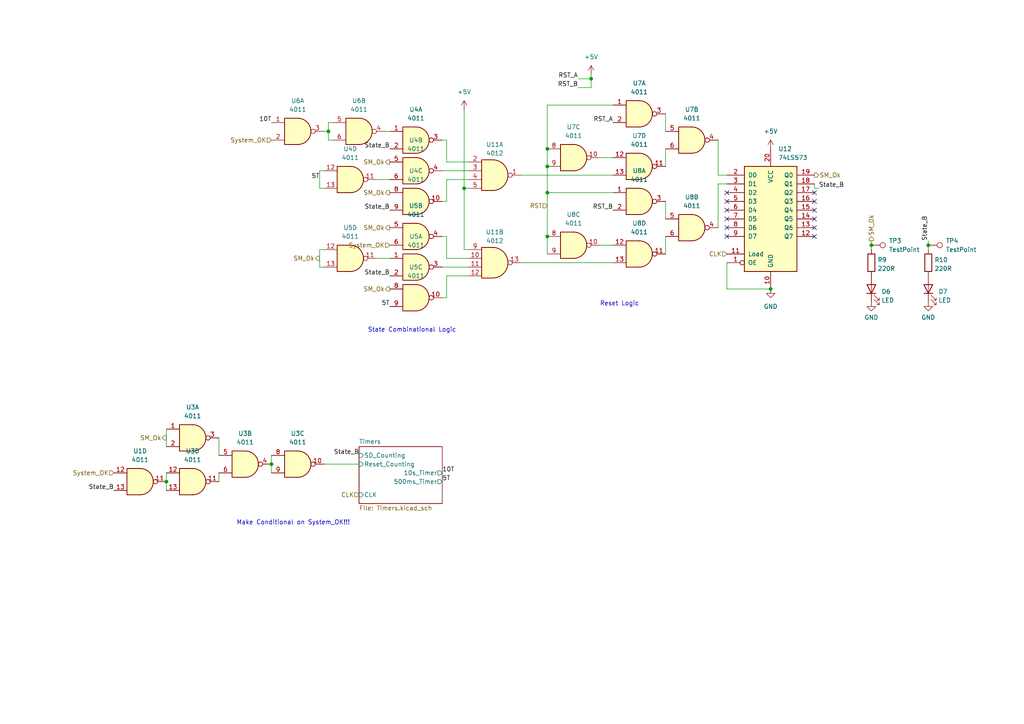
<source format=kicad_sch>
(kicad_sch (version 20231120) (generator "eeschema") (generator_version "8.0")
  (paper "A4")
  (lib_symbols
    (symbol "4xxx:4011" (pin_names (offset 1.016))
      (property "Reference" "U" (at 0 1.27 0))
      (property "Value" "4011" (at 0 -1.27 0))
      (symbol "4011_1_1"
        (arc (start 0 -3.81) (mid 3.7934 0) (end 0 3.81) (stroke (width 0.254)) (fill (type background)))
        (polyline (pts (xy 0 3.81) (xy -3.81 3.81) (xy -3.81 -3.81) (xy 0 -3.81)) (stroke (width 0.254)) (fill (type background)))
        (pin input line (at -7.62 2.54 0) (length 3.81) (name "~") (number "1"))
        (pin input line (at -7.62 -2.54 0) (length 3.81) (name "~") (number "2"))
        (pin output inverted (at 7.62 0 180) (length 3.81) (name "~") (number "3"))
      )
      (symbol "4011_1_2"
        (arc (start -3.81 -3.81) (mid -2.589 0) (end -3.81 3.81) (stroke (width 0.254)))
        (arc (start -0.6096 -3.81) (mid 2.1842 -2.5851) (end 3.81 0) (stroke (width 0.254)) (fill (type background)))
        (polyline (pts (xy -3.81 -3.81) (xy -0.635 -3.81)) (stroke (width 0.254)) (fill (type background)))
        (polyline (pts (xy -3.81 3.81) (xy -0.635 3.81)) (stroke (width 0.254)) (fill (type background)))
        (polyline (pts (xy -0.635 3.81) (xy -3.81 3.81) (xy -3.81 3.81) (xy -3.556 3.4036) (xy -3.0226 2.2606) (xy -2.6924 1.0414) (xy -2.6162 -0.254) (xy -2.7686 -1.4986) (xy -3.175 -2.7178) (xy -3.81 -3.81) (xy -3.81 -3.81) (xy -0.635 -3.81)) (stroke (width -25.4)) (fill (type background)))
        (arc (start 3.81 0) (mid 2.1915 2.5936) (end -0.6096 3.81) (stroke (width 0.254)) (fill (type background)))
        (pin input inverted (at -7.62 2.54 0) (length 4.318) (name "~") (number "1"))
        (pin input inverted (at -7.62 -2.54 0) (length 4.318) (name "~") (number "2"))
        (pin output line (at 7.62 0 180) (length 3.81) (name "~") (number "3"))
      )
      (symbol "4011_2_1"
        (arc (start 0 -3.81) (mid 3.7934 0) (end 0 3.81) (stroke (width 0.254)) (fill (type background)))
        (polyline (pts (xy 0 3.81) (xy -3.81 3.81) (xy -3.81 -3.81) (xy 0 -3.81)) (stroke (width 0.254)) (fill (type background)))
        (pin output inverted (at 7.62 0 180) (length 3.81) (name "~") (number "4"))
        (pin input line (at -7.62 2.54 0) (length 3.81) (name "~") (number "5"))
        (pin input line (at -7.62 -2.54 0) (length 3.81) (name "~") (number "6"))
      )
      (symbol "4011_2_2"
        (arc (start -3.81 -3.81) (mid -2.589 0) (end -3.81 3.81) (stroke (width 0.254)))
        (arc (start -0.6096 -3.81) (mid 2.1842 -2.5851) (end 3.81 0) (stroke (width 0.254)) (fill (type background)))
        (polyline (pts (xy -3.81 -3.81) (xy -0.635 -3.81)) (stroke (width 0.254)) (fill (type background)))
        (polyline (pts (xy -3.81 3.81) (xy -0.635 3.81)) (stroke (width 0.254)) (fill (type background)))
        (polyline (pts (xy -0.635 3.81) (xy -3.81 3.81) (xy -3.81 3.81) (xy -3.556 3.4036) (xy -3.0226 2.2606) (xy -2.6924 1.0414) (xy -2.6162 -0.254) (xy -2.7686 -1.4986) (xy -3.175 -2.7178) (xy -3.81 -3.81) (xy -3.81 -3.81) (xy -0.635 -3.81)) (stroke (width -25.4)) (fill (type background)))
        (arc (start 3.81 0) (mid 2.1915 2.5936) (end -0.6096 3.81) (stroke (width 0.254)) (fill (type background)))
        (pin output line (at 7.62 0 180) (length 3.81) (name "~") (number "4"))
        (pin input inverted (at -7.62 2.54 0) (length 4.318) (name "~") (number "5"))
        (pin input inverted (at -7.62 -2.54 0) (length 4.318) (name "~") (number "6"))
      )
      (symbol "4011_3_1"
        (arc (start 0 -3.81) (mid 3.7934 0) (end 0 3.81) (stroke (width 0.254)) (fill (type background)))
        (polyline (pts (xy 0 3.81) (xy -3.81 3.81) (xy -3.81 -3.81) (xy 0 -3.81)) (stroke (width 0.254)) (fill (type background)))
        (pin output inverted (at 7.62 0 180) (length 3.81) (name "~") (number "10"))
        (pin input line (at -7.62 2.54 0) (length 3.81) (name "~") (number "8"))
        (pin input line (at -7.62 -2.54 0) (length 3.81) (name "~") (number "9"))
      )
      (symbol "4011_3_2"
        (arc (start -3.81 -3.81) (mid -2.589 0) (end -3.81 3.81) (stroke (width 0.254)))
        (arc (start -0.6096 -3.81) (mid 2.1842 -2.5851) (end 3.81 0) (stroke (width 0.254)) (fill (type background)))
        (polyline (pts (xy -3.81 -3.81) (xy -0.635 -3.81)) (stroke (width 0.254)) (fill (type background)))
        (polyline (pts (xy -3.81 3.81) (xy -0.635 3.81)) (stroke (width 0.254)) (fill (type background)))
        (polyline (pts (xy -0.635 3.81) (xy -3.81 3.81) (xy -3.81 3.81) (xy -3.556 3.4036) (xy -3.0226 2.2606) (xy -2.6924 1.0414) (xy -2.6162 -0.254) (xy -2.7686 -1.4986) (xy -3.175 -2.7178) (xy -3.81 -3.81) (xy -3.81 -3.81) (xy -0.635 -3.81)) (stroke (width -25.4)) (fill (type background)))
        (arc (start 3.81 0) (mid 2.1915 2.5936) (end -0.6096 3.81) (stroke (width 0.254)) (fill (type background)))
        (pin output line (at 7.62 0 180) (length 3.81) (name "~") (number "10"))
        (pin input inverted (at -7.62 2.54 0) (length 4.318) (name "~") (number "8"))
        (pin input inverted (at -7.62 -2.54 0) (length 4.318) (name "~") (number "9"))
      )
      (symbol "4011_4_1"
        (arc (start 0 -3.81) (mid 3.7934 0) (end 0 3.81) (stroke (width 0.254)) (fill (type background)))
        (polyline (pts (xy 0 3.81) (xy -3.81 3.81) (xy -3.81 -3.81) (xy 0 -3.81)) (stroke (width 0.254)) (fill (type background)))
        (pin output inverted (at 7.62 0 180) (length 3.81) (name "~") (number "11"))
        (pin input line (at -7.62 2.54 0) (length 3.81) (name "~") (number "12"))
        (pin input line (at -7.62 -2.54 0) (length 3.81) (name "~") (number "13"))
      )
      (symbol "4011_4_2"
        (arc (start -3.81 -3.81) (mid -2.589 0) (end -3.81 3.81) (stroke (width 0.254)))
        (arc (start -0.6096 -3.81) (mid 2.1842 -2.5851) (end 3.81 0) (stroke (width 0.254)) (fill (type background)))
        (polyline (pts (xy -3.81 -3.81) (xy -0.635 -3.81)) (stroke (width 0.254)) (fill (type background)))
        (polyline (pts (xy -3.81 3.81) (xy -0.635 3.81)) (stroke (width 0.254)) (fill (type background)))
        (polyline (pts (xy -0.635 3.81) (xy -3.81 3.81) (xy -3.81 3.81) (xy -3.556 3.4036) (xy -3.0226 2.2606) (xy -2.6924 1.0414) (xy -2.6162 -0.254) (xy -2.7686 -1.4986) (xy -3.175 -2.7178) (xy -3.81 -3.81) (xy -3.81 -3.81) (xy -0.635 -3.81)) (stroke (width -25.4)) (fill (type background)))
        (arc (start 3.81 0) (mid 2.1915 2.5936) (end -0.6096 3.81) (stroke (width 0.254)) (fill (type background)))
        (pin output line (at 7.62 0 180) (length 3.81) (name "~") (number "11"))
        (pin input inverted (at -7.62 2.54 0) (length 4.318) (name "~") (number "12"))
        (pin input inverted (at -7.62 -2.54 0) (length 4.318) (name "~") (number "13"))
      )
      (symbol "4011_5_0"
        (pin power_in line (at 0 12.7 270) (length 5.08) (name "VDD") (number "14"))
        (pin power_in line (at 0 -12.7 90) (length 5.08) (name "VSS") (number "7"))
      )
      (symbol "4011_5_1"
        (rectangle (start -5.08 7.62) (end 5.08 -7.62) (stroke (width 0.254)) (fill (type background)))
      )
    )
    (symbol "4xxx:4012" (pin_names (offset 1.016))
      (property "Reference" "U" (at 0 1.27 0))
      (property "Value" "4012" (at 0 -1.27 0))
      (symbol "4012_1_1"
        (arc (start -0.635 -4.445) (mid 3.7907 0) (end -0.635 4.445) (stroke (width 0.254)) (fill (type background)))
        (polyline (pts (xy -0.635 4.445) (xy -3.81 4.445) (xy -3.81 -4.445) (xy -0.635 -4.445)) (stroke (width 0.254)) (fill (type background)))
        (pin output inverted (at 7.62 0 180) (length 3.81) (name "~") (number "1"))
        (pin input line (at -7.62 3.81 0) (length 3.81) (name "~") (number "2"))
        (pin input line (at -7.62 1.27 0) (length 3.81) (name "~") (number "3"))
        (pin input line (at -7.62 -1.27 0) (length 3.81) (name "~") (number "4"))
        (pin input line (at -7.62 -3.81 0) (length 3.81) (name "~") (number "5"))
      )
      (symbol "4012_1_2"
        (arc (start -3.81 -4.445) (mid -2.5908 0) (end -3.81 4.445) (stroke (width 0.254)))
        (arc (start -0.6096 -4.445) (mid 2.2246 -2.8422) (end 3.81 0) (stroke (width 0.254)) (fill (type background)))
        (polyline (pts (xy -3.81 -4.445) (xy -0.635 -4.445)) (stroke (width 0.254)) (fill (type background)))
        (polyline (pts (xy -3.81 4.445) (xy -0.635 4.445)) (stroke (width 0.254)) (fill (type background)))
        (polyline (pts (xy -0.635 4.445) (xy -3.81 4.445) (xy -3.81 4.445) (xy -3.6322 4.0894) (xy -3.0988 2.921) (xy -2.7686 1.6764) (xy -2.6162 0.4318) (xy -2.6416 -0.8636) (xy -2.8702 -2.1082) (xy -3.2512 -3.3274) (xy -3.81 -4.445) (xy -3.81 -4.445) (xy -0.635 -4.445)) (stroke (width -25.4)) (fill (type background)))
        (arc (start 3.81 0) (mid 2.2204 2.8379) (end -0.6096 4.445) (stroke (width 0.254)) (fill (type background)))
        (pin output line (at 7.62 0 180) (length 3.81) (name "~") (number "1"))
        (pin input inverted (at -7.62 3.81 0) (length 3.81) (name "~") (number "2"))
        (pin input inverted (at -7.62 1.27 0) (length 4.826) (name "~") (number "3"))
        (pin input inverted (at -7.62 -1.27 0) (length 4.826) (name "~") (number "4"))
        (pin input inverted (at -7.62 -3.81 0) (length 3.81) (name "~") (number "5"))
      )
      (symbol "4012_2_1"
        (arc (start -0.635 -4.445) (mid 3.7907 0) (end -0.635 4.445) (stroke (width 0.254)) (fill (type background)))
        (polyline (pts (xy -0.635 4.445) (xy -3.81 4.445) (xy -3.81 -4.445) (xy -0.635 -4.445)) (stroke (width 0.254)) (fill (type background)))
        (pin input line (at -7.62 1.27 0) (length 3.81) (name "~") (number "10"))
        (pin input line (at -7.62 -1.27 0) (length 3.81) (name "~") (number "11"))
        (pin input line (at -7.62 -3.81 0) (length 3.81) (name "~") (number "12"))
        (pin output inverted (at 7.62 0 180) (length 3.81) (name "~") (number "13"))
        (pin input line (at -7.62 3.81 0) (length 3.81) (name "~") (number "9"))
      )
      (symbol "4012_2_2"
        (arc (start -3.81 -4.445) (mid -2.5908 0) (end -3.81 4.445) (stroke (width 0.254)))
        (arc (start -0.6096 -4.445) (mid 2.2246 -2.8422) (end 3.81 0) (stroke (width 0.254)) (fill (type background)))
        (polyline (pts (xy -3.81 -4.445) (xy -0.635 -4.445)) (stroke (width 0.254)) (fill (type background)))
        (polyline (pts (xy -3.81 4.445) (xy -0.635 4.445)) (stroke (width 0.254)) (fill (type background)))
        (polyline (pts (xy -0.635 4.445) (xy -3.81 4.445) (xy -3.81 4.445) (xy -3.6322 4.0894) (xy -3.0988 2.921) (xy -2.7686 1.6764) (xy -2.6162 0.4318) (xy -2.6416 -0.8636) (xy -2.8702 -2.1082) (xy -3.2512 -3.3274) (xy -3.81 -4.445) (xy -3.81 -4.445) (xy -0.635 -4.445)) (stroke (width -25.4)) (fill (type background)))
        (arc (start 3.81 0) (mid 2.2204 2.8379) (end -0.6096 4.445) (stroke (width 0.254)) (fill (type background)))
        (pin input inverted (at -7.62 1.27 0) (length 4.826) (name "~") (number "10"))
        (pin input inverted (at -7.62 -1.27 0) (length 4.826) (name "~") (number "11"))
        (pin input inverted (at -7.62 -3.81 0) (length 3.81) (name "~") (number "12"))
        (pin output line (at 7.62 0 180) (length 3.81) (name "~") (number "13"))
        (pin input inverted (at -7.62 3.81 0) (length 3.81) (name "~") (number "9"))
      )
      (symbol "4012_3_0"
        (pin power_in line (at 0 12.7 270) (length 5.08) (name "VDD") (number "14"))
        (pin power_in line (at 0 -12.7 90) (length 5.08) (name "VSS") (number "7"))
      )
      (symbol "4012_3_1"
        (rectangle (start -5.08 7.62) (end 5.08 -7.62) (stroke (width 0.254)) (fill (type background)))
      )
    )
    (symbol "74xx:74LS573" (pin_names (offset 1.016))
      (property "Reference" "U" (at -7.62 16.51 0))
      (property "Value" "74LS573" (at -7.62 -16.51 0))
      (symbol "74LS573_1_0"
        (pin input inverted (at -12.7 -12.7 0) (length 5.08) (name "OE") (number "1"))
        (pin power_in line (at 0 -20.32 90) (length 5.08) (name "GND") (number "10"))
        (pin input line (at -12.7 -10.16 0) (length 5.08) (name "Load") (number "11"))
        (pin tri_state line (at 12.7 -5.08 180) (length 5.08) (name "Q7") (number "12"))
        (pin tri_state line (at 12.7 -2.54 180) (length 5.08) (name "Q6") (number "13"))
        (pin tri_state line (at 12.7 0 180) (length 5.08) (name "Q5") (number "14"))
        (pin tri_state line (at 12.7 2.54 180) (length 5.08) (name "Q4") (number "15"))
        (pin tri_state line (at 12.7 5.08 180) (length 5.08) (name "Q3") (number "16"))
        (pin tri_state line (at 12.7 7.62 180) (length 5.08) (name "Q2") (number "17"))
        (pin tri_state line (at 12.7 10.16 180) (length 5.08) (name "Q1") (number "18"))
        (pin tri_state line (at 12.7 12.7 180) (length 5.08) (name "Q0") (number "19"))
        (pin input line (at -12.7 12.7 0) (length 5.08) (name "D0") (number "2"))
        (pin power_in line (at 0 20.32 270) (length 5.08) (name "VCC") (number "20"))
        (pin input line (at -12.7 10.16 0) (length 5.08) (name "D1") (number "3"))
        (pin input line (at -12.7 7.62 0) (length 5.08) (name "D2") (number "4"))
        (pin input line (at -12.7 5.08 0) (length 5.08) (name "D3") (number "5"))
        (pin input line (at -12.7 2.54 0) (length 5.08) (name "D4") (number "6"))
        (pin input line (at -12.7 0 0) (length 5.08) (name "D5") (number "7"))
        (pin input line (at -12.7 -2.54 0) (length 5.08) (name "D6") (number "8"))
        (pin input line (at -12.7 -5.08 0) (length 5.08) (name "D7") (number "9"))
      )
      (symbol "74LS573_1_1"
        (rectangle (start -7.62 15.24) (end 7.62 -15.24) (stroke (width 0.254)) (fill (type background)))
      )
    )
    (symbol "Connector:TestPoint" (pin_numbers hide) (pin_names (offset 0.762) hide)
      (property "Reference" "TP" (at 0 6.858 0))
      (property "Value" "TestPoint" (at 0 5.08 0))
      (symbol "TestPoint_0_1"
        (circle (center 0 3.302) (radius 0.762))
      )
      (symbol "TestPoint_1_1"
        (pin passive line (at 0 0 90) (length 2.54) (name "1") (number "1"))
      )
    )
    (symbol "Device:LED" (pin_numbers hide) (pin_names (offset 1.016) hide)
      (property "Reference" "D" (at 0 2.54 0))
      (property "Value" "LED" (at 0 -2.54 0))
      (symbol "LED_0_1"
        (polyline (pts (xy -1.27 -1.27) (xy -1.27 1.27)) (stroke (width 0.254)))
        (polyline (pts (xy -1.27 0) (xy 1.27 0)))
        (polyline (pts (xy 1.27 -1.27) (xy 1.27 1.27) (xy -1.27 0) (xy 1.27 -1.27)) (stroke (width 0.254)))
        (polyline (pts (xy -3.048 -0.762) (xy -4.572 -2.286) (xy -3.81 -2.286) (xy -4.572 -2.286) (xy -4.572 -1.524)))
        (polyline (pts (xy -1.778 -0.762) (xy -3.302 -2.286) (xy -2.54 -2.286) (xy -3.302 -2.286) (xy -3.302 -1.524)))
      )
      (symbol "LED_1_1"
        (pin passive line (at -3.81 0 0) (length 2.54) (name "K") (number "1"))
        (pin passive line (at 3.81 0 180) (length 2.54) (name "A") (number "2"))
      )
    )
    (symbol "Device:R" (pin_numbers hide) (pin_names (offset 0))
      (property "Reference" "R" (at 2.032 0 90))
      (property "Value" "R" (at 0 0 90))
      (symbol "R_0_1"
        (rectangle (start -1.016 -2.54) (end 1.016 2.54) (stroke (width 0.254)))
      )
      (symbol "R_1_1"
        (pin passive line (at 0 3.81 270) (length 1.27) (name "~") (number "1"))
        (pin passive line (at 0 -3.81 90) (length 1.27) (name "~") (number "2"))
      )
    )
    (symbol "power:+5V" (power) (pin_numbers hide) (pin_names (offset 0) hide)
      (property "Value" "+5V" (at 0 3.556 0))
      (symbol "+5V_0_1"
        (polyline (pts (xy -0.762 1.27) (xy 0 2.54)))
        (polyline (pts (xy 0 0) (xy 0 2.54)))
        (polyline (pts (xy 0 2.54) (xy 0.762 1.27)))
      )
      (symbol "+5V_1_1"
        (pin power_in line (at 0 0 90) (length 0) (name "~") (number "1"))
      )
    )
    (symbol "power:GND" (power) (pin_numbers hide) (pin_names (offset 0) hide)
      (property "Value" "GND" (at 0 -3.81 0))
      (symbol "GND_0_1"
        (polyline (pts (xy 0 0) (xy 0 -1.27) (xy 1.27 -1.27) (xy 0 -2.54) (xy -1.27 -1.27) (xy 0 -1.27)))
      )
      (symbol "GND_1_1"
        (pin power_in line (at 0 0 270) (length 0) (name "~") (number "1"))
      )
    )
  )
  (junction (at 95.25 38.1))
  (junction (at 48.26 139.7))
  (junction (at 171.45 22.86))
  (junction (at 252.73 71.12))
  (junction (at 158.75 55.88))
  (junction (at 269.24 71.12))
  (junction (at 223.52 83.82))
  (junction (at 78.74 134.62))
  (junction (at 158.75 43.18))
  (junction (at 158.75 68.58))
  (junction (at 158.75 48.26))
  (junction (at 134.62 54.61))
  (no_connect (at 236.22 58.42))
  (no_connect (at 236.22 63.5))
  (no_connect (at 210.82 60.96))
  (no_connect (at 210.82 55.88))
  (no_connect (at 210.82 68.58))
  (no_connect (at 236.22 60.96))
  (no_connect (at 236.22 55.88))
  (no_connect (at 210.82 58.42))
  (no_connect (at 210.82 63.5))
  (no_connect (at 236.22 68.58))
  (no_connect (at 236.22 66.04))
  (no_connect (at 210.82 66.04))
  (wire (pts (xy 93.98 134.62) (xy 104.14 134.62)))
  (wire (pts (xy 96.52 35.56) (xy 95.25 35.56)))
  (wire (pts (xy 134.62 54.61) (xy 134.62 72.39)))
  (wire (pts (xy 167.64 25.4) (xy 171.45 25.4)))
  (wire (pts (xy 171.45 22.86) (xy 171.45 21.59)))
  (wire (pts (xy 173.99 45.72) (xy 177.8 45.72)))
  (wire (pts (xy 78.74 134.62) (xy 78.74 137.16)))
  (wire (pts (xy 158.75 55.88) (xy 158.75 68.58)))
  (wire (pts (xy 151.13 50.8) (xy 177.8 50.8)))
  (wire (pts (xy 128.27 49.53) (xy 135.89 49.53)))
  (wire (pts (xy 210.82 83.82) (xy 223.52 83.82)))
  (wire (pts (xy 252.73 71.12) (xy 252.73 72.39)))
  (wire (pts (xy 109.22 74.93) (xy 113.03 74.93)))
  (wire (pts (xy 48.26 124.46) (xy 48.26 129.54)))
  (wire (pts (xy 109.22 52.07) (xy 113.03 52.07)))
  (wire (pts (xy 129.54 68.58) (xy 129.54 74.93)))
  (wire (pts (xy 269.24 69.85) (xy 269.24 71.12)))
  (wire (pts (xy 129.54 46.99) (xy 135.89 46.99)))
  (wire (pts (xy 158.75 48.26) (xy 158.75 55.88)))
  (wire (pts (xy 92.71 77.47) (xy 93.98 77.47)))
  (wire (pts (xy 129.54 58.42) (xy 128.27 58.42)))
  (wire (pts (xy 129.54 86.36) (xy 128.27 86.36)))
  (wire (pts (xy 93.98 72.39) (xy 92.71 72.39)))
  (wire (pts (xy 208.28 50.8) (xy 208.28 40.64)))
  (wire (pts (xy 236.22 54.61) (xy 236.22 53.34)))
  (wire (pts (xy 63.5 139.7) (xy 63.5 137.16)))
  (wire (pts (xy 151.13 76.2) (xy 177.8 76.2)))
  (wire (pts (xy 128.27 77.47) (xy 135.89 77.47)))
  (wire (pts (xy 129.54 74.93) (xy 135.89 74.93)))
  (wire (pts (xy 95.25 35.56) (xy 95.25 38.1)))
  (wire (pts (xy 252.73 69.85) (xy 252.73 71.12)))
  (wire (pts (xy 158.75 30.48) (xy 158.75 43.18)))
  (wire (pts (xy 193.04 33.02) (xy 193.04 38.1)))
  (wire (pts (xy 208.28 50.8) (xy 210.82 50.8)))
  (wire (pts (xy 193.04 43.18) (xy 193.04 48.26)))
  (wire (pts (xy 129.54 80.01) (xy 129.54 86.36)))
  (wire (pts (xy 237.49 54.61) (xy 236.22 54.61)))
  (wire (pts (xy 92.71 72.39) (xy 92.71 77.47)))
  (wire (pts (xy 269.24 71.12) (xy 269.24 72.39)))
  (wire (pts (xy 128.27 68.58) (xy 129.54 68.58)))
  (wire (pts (xy 173.99 71.12) (xy 177.8 71.12)))
  (wire (pts (xy 177.8 30.48) (xy 158.75 30.48)))
  (wire (pts (xy 129.54 52.07) (xy 129.54 58.42)))
  (wire (pts (xy 92.71 54.61) (xy 93.98 54.61)))
  (wire (pts (xy 93.98 49.53) (xy 92.71 49.53)))
  (wire (pts (xy 95.25 40.64) (xy 96.52 40.64)))
  (wire (pts (xy 128.27 40.64) (xy 129.54 40.64)))
  (wire (pts (xy 129.54 80.01) (xy 135.89 80.01)))
  (wire (pts (xy 177.8 55.88) (xy 158.75 55.88)))
  (wire (pts (xy 208.28 53.34) (xy 208.28 66.04)))
  (wire (pts (xy 158.75 43.18) (xy 158.75 48.26)))
  (wire (pts (xy 63.5 127) (xy 63.5 132.08)))
  (wire (pts (xy 210.82 53.34) (xy 208.28 53.34)))
  (wire (pts (xy 134.62 31.75) (xy 134.62 54.61)))
  (wire (pts (xy 167.64 22.86) (xy 171.45 22.86)))
  (wire (pts (xy 193.04 68.58) (xy 193.04 73.66)))
  (wire (pts (xy 134.62 72.39) (xy 135.89 72.39)))
  (wire (pts (xy 129.54 40.64) (xy 129.54 46.99)))
  (wire (pts (xy 48.26 137.16) (xy 48.26 139.7)))
  (wire (pts (xy 129.54 52.07) (xy 135.89 52.07)))
  (wire (pts (xy 171.45 25.4) (xy 171.45 22.86)))
  (wire (pts (xy 78.74 132.08) (xy 78.74 134.62)))
  (wire (pts (xy 111.76 38.1) (xy 113.03 38.1)))
  (wire (pts (xy 210.82 76.2) (xy 210.82 83.82)))
  (wire (pts (xy 134.62 54.61) (xy 135.89 54.61)))
  (wire (pts (xy 48.26 139.7) (xy 48.26 142.24)))
  (wire (pts (xy 95.25 38.1) (xy 95.25 40.64)))
  (wire (pts (xy 93.98 38.1) (xy 95.25 38.1)))
  (wire (pts (xy 193.04 58.42) (xy 193.04 63.5)))
  (wire (pts (xy 158.75 68.58) (xy 158.75 73.66)))
  (wire (pts (xy 92.71 49.53) (xy 92.71 54.61)))
  (text "Make Conditional on System_OK!!!" (at 68.58 152.4 0) (effects (font (size 1.27 1.27)) (justify left bottom)))
  (text "State Combinational Logic" (at 106.68 96.52 0) (effects (font (size 1.27 1.27)) (justify left bottom)))
  (text "Reset Logic" (at 173.99 88.9 0) (effects (font (size 1.27 1.27)) (justify left bottom)))
  (label "State_B" (at 237.49 54.61 0))
  (label "5T" (at 113.03 88.9 180))
  (label "State_B" (at 33.02 142.24 180))
  (label "RST_B" (at 177.8 60.96 180))
  (label "5T" (at 128.27 139.7 0))
  (label "RST_A" (at 167.64 22.86 180))
  (label "10T" (at 78.74 35.56 180))
  (label "State_B" (at 104.14 132.08 180))
  (label "RST_B" (at 167.64 25.4 180))
  (label "State_B" (at 269.24 69.85 90))
  (label "State_B" (at 113.03 80.01 180))
  (label "10T" (at 128.27 137.16 0))
  (label "State_B" (at 113.03 43.18 180))
  (label "5T" (at 92.71 52.07 180))
  (label "RST_A" (at 177.8 35.56 180))
  (label "State_B" (at 113.03 60.96 180))
  (hierarchical_label "System_OK" (shape input) (at 78.74 40.64 180))
  (hierarchical_label "SM_Ok" (shape output) (at 252.73 69.85 90))
  (hierarchical_label "SM_Ok" (shape output) (at 113.03 66.04 180))
  (hierarchical_label "SM_Ok" (shape output) (at 113.03 46.99 180))
  (hierarchical_label "RST" (shape input) (at 158.75 59.69 180))
  (hierarchical_label "System_OK" (shape input) (at 113.03 71.12 180))
  (hierarchical_label "SM_Ok" (shape output) (at 113.03 55.88 180))
  (hierarchical_label "SM_Ok" (shape output) (at 113.03 83.82 180))
  (hierarchical_label "System_OK" (shape input) (at 33.02 137.16 180))
  (hierarchical_label "SM_Ok" (shape output) (at 92.71 74.93 180))
  (hierarchical_label "CLK" (shape input) (at 104.14 143.51 180))
  (hierarchical_label "SM_Ok" (shape output) (at 236.22 50.8 0))
  (hierarchical_label "CLK" (shape input) (at 210.82 73.66 180))
  (hierarchical_label "SM_Ok" (shape output) (at 48.26 127 180))
  (symbol (lib_id "4xxx:4011") (at 120.65 77.47 0) (unit 1)
    (property "Reference" "U5" (at 120.6417 68.58 0))
    (property "Value" "4011" (at 120.6417 71.12 0))
    (property "Footprint" "Package_DIP:DIP-14_W7.62mm_Socket" (effects (hide yes)))
    (property "Datasheet" "http://www.intersil.com/content/dam/Intersil/documents/cd40/cd4011bms-12bms-23bms.pdf" (effects (hide yes)))
    (property "Description" "Quad Nand 2 inputs" (effects (hide yes)))
  )
  (symbol (lib_id "4xxx:4011") (at 166.37 45.72 0) (unit 3)
    (property "Reference" "U7" (at 166.3617 36.83 0))
    (property "Value" "4011" (at 166.3617 39.37 0))
    (property "Footprint" "Package_DIP:DIP-14_W7.62mm_Socket" (effects (hide yes)))
    (property "Datasheet" "http://www.intersil.com/content/dam/Intersil/documents/cd40/cd4011bms-12bms-23bms.pdf" (effects (hide yes)))
    (property "Description" "Quad Nand 2 inputs" (effects (hide yes)))
  )
  (symbol (lib_id "4xxx:4011") (at 200.66 40.64 0) (unit 2)
    (property "Reference" "U7" (at 200.6517 31.75 0))
    (property "Value" "4011" (at 200.6517 34.29 0))
    (property "Footprint" "Package_DIP:DIP-14_W7.62mm_Socket" (effects (hide yes)))
    (property "Datasheet" "http://www.intersil.com/content/dam/Intersil/documents/cd40/cd4011bms-12bms-23bms.pdf" (effects (hide yes)))
    (property "Description" "Quad Nand 2 inputs" (effects (hide yes)))
  )
  (symbol (lib_id "Device:R") (at 252.73 76.2 180) (unit 1)
    (property "Reference" "R9" (at 254.508 75.3653 0) (effects (justify right)))
    (property "Value" "220R" (at 254.508 77.9022 0) (effects (justify right)))
    (property "Footprint" "Resistor_THT:R_Axial_DIN0207_L6.3mm_D2.5mm_P7.62mm_Horizontal" (effects (hide yes)))
    (property "Description" "Resistor" (effects (hide yes)))
    (instances (project "New BSPD" (path "" (reference "R9") (unit 1))) (project "BSPD - FSG" (path "" (reference "R?") (unit 1))))
  )
  (symbol (lib_id "4xxx:4011") (at 55.88 139.7 0) (unit 4)
    (property "Reference" "U3" (at 55.8717 130.81 0))
    (property "Value" "4011" (at 55.8717 133.35 0))
    (property "Footprint" "Package_DIP:DIP-14_W7.62mm_Socket" (effects (hide yes)))
    (property "Datasheet" "http://www.intersil.com/content/dam/Intersil/documents/cd40/cd4011bms-12bms-23bms.pdf" (effects (hide yes)))
    (property "Description" "Quad Nand 2 inputs" (effects (hide yes)))
  )
  (symbol (lib_id "4xxx:4012") (at 143.51 50.8 0) (unit 1)
    (property "Reference" "U11" (at 143.5003 41.91 0))
    (property "Value" "4012" (at 143.5003 44.45 0))
    (property "Footprint" "Package_DIP:DIP-14_W7.62mm_Socket" (effects (hide yes)))
    (property "Datasheet" "http://www.intersil.com/content/dam/Intersil/documents/cd40/cd4011bms-12bms-23bms.pdf" (effects (hide yes)))
    (property "Description" "Dual 4 inputs Nand" (effects (hide yes)))
  )
  (symbol (lib_id "4xxx:4011") (at 71.12 134.62 0) (unit 2)
    (property "Reference" "U3" (at 71.1117 125.73 0))
    (property "Value" "4011" (at 71.1117 128.27 0))
    (property "Footprint" "Package_DIP:DIP-14_W7.62mm_Socket" (effects (hide yes)))
    (property "Datasheet" "http://www.intersil.com/content/dam/Intersil/documents/cd40/cd4011bms-12bms-23bms.pdf" (effects (hide yes)))
    (property "Description" "Quad Nand 2 inputs" (effects (hide yes)))
  )
  (symbol (lib_id "4xxx:4011") (at 120.65 58.42 0) (unit 3)
    (property "Reference" "U4" (at 120.6417 49.53 0))
    (property "Value" "4011" (at 120.6417 52.07 0))
    (property "Footprint" "Package_DIP:DIP-14_W7.62mm_Socket" (effects (hide yes)))
    (property "Datasheet" "http://www.intersil.com/content/dam/Intersil/documents/cd40/cd4011bms-12bms-23bms.pdf" (effects (hide yes)))
    (property "Description" "Quad Nand 2 inputs" (effects (hide yes)))
  )
  (symbol (lib_id "Device:LED") (at 269.24 83.82 90) (unit 1)
    (property "Reference" "D7" (at 272.161 84.5728 90) (effects (justify right)))
    (property "Value" "LED" (at 272.161 87.1097 90) (effects (justify right)))
    (property "Footprint" "LED_THT:LED_D5.0mm" (effects (hide yes)))
    (property "Description" "Light emitting diode" (effects (hide yes)))
    (instances (project "New BSPD" (path "" (reference "D7") (unit 1))) (project "BSPD - FSG" (path "" (reference "D?") (unit 1))))
  )
  (symbol (lib_id "power:+5V") (at 171.45 21.59 0) (unit 1)
    (property "Reference" "#PWR023" (effects (hide yes)))
    (property "Value" "+5V" (at 171.45 16.51 0))
    (property "Description" "Power symbol creates a global label with name \"+5V\"" (effects (hide yes)))
  )
  (symbol (lib_id "power:+5V") (at 223.52 43.18 0) (unit 1)
    (property "Reference" "#PWR025" (effects (hide yes)))
    (property "Value" "+5V" (at 223.52 38.1 0))
    (property "Description" "Power symbol creates a global label with name \"+5V\"" (effects (hide yes)))
  )
  (symbol (lib_id "4xxx:4011") (at 104.14 38.1 0) (unit 2)
    (property "Reference" "U6" (at 104.1317 29.21 0))
    (property "Value" "4011" (at 104.1317 31.75 0))
    (property "Footprint" "Package_DIP:DIP-14_W7.62mm_Socket" (effects (hide yes)))
    (property "Datasheet" "http://www.intersil.com/content/dam/Intersil/documents/cd40/cd4011bms-12bms-23bms.pdf" (effects (hide yes)))
    (property "Description" "Quad Nand 2 inputs" (effects (hide yes)))
  )
  (symbol (lib_id "power:GND") (at 252.73 87.63 0) (unit 1)
    (property "Reference" "#PWR044" (effects (hide yes)))
    (property "Value" "GND" (at 252.73 92.0734 0))
    (property "Description" "Power symbol creates a global label with name \"GND\" , ground" (effects (hide yes)))
    (instances (project "New BSPD" (path "" (reference "#PWR044") (unit 1))) (project "BSPD - FSG" (path "" (reference "#PWR?") (unit 1))))
  )
  (symbol (lib_id "power:+5V") (at 134.62 31.75 0) (unit 1)
    (property "Reference" "#PWR024" (effects (hide yes)))
    (property "Value" "+5V" (at 134.62 26.67 0))
    (property "Description" "Power symbol creates a global label with name \"+5V\"" (effects (hide yes)))
  )
  (symbol (lib_id "power:GND") (at 223.52 83.82 0) (unit 1)
    (property "Reference" "#PWR026" (effects (hide yes)))
    (property "Value" "GND" (at 223.52 88.9 0))
    (property "Description" "Power symbol creates a global label with name \"GND\" , ground" (effects (hide yes)))
  )
  (symbol (lib_id "Device:R") (at 269.24 76.2 180) (unit 1)
    (property "Reference" "R10" (at 271.018 75.3653 0) (effects (justify right)))
    (property "Value" "220R" (at 271.018 77.9022 0) (effects (justify right)))
    (property "Footprint" "Resistor_THT:R_Axial_DIN0207_L6.3mm_D2.5mm_P7.62mm_Horizontal" (effects (hide yes)))
    (property "Description" "Resistor" (effects (hide yes)))
    (instances (project "New BSPD" (path "" (reference "R10") (unit 1))) (project "BSPD - FSG" (path "" (reference "R?") (unit 1))))
  )
  (symbol (lib_id "4xxx:4011") (at 166.37 71.12 0) (unit 3)
    (property "Reference" "U8" (at 166.3617 62.23 0))
    (property "Value" "4011" (at 166.3617 64.77 0))
    (property "Footprint" "Package_DIP:DIP-14_W7.62mm_Socket" (effects (hide yes)))
    (property "Datasheet" "http://www.intersil.com/content/dam/Intersil/documents/cd40/cd4011bms-12bms-23bms.pdf" (effects (hide yes)))
    (property "Description" "Quad Nand 2 inputs" (effects (hide yes)))
  )
  (symbol (lib_id "4xxx:4011") (at 185.42 48.26 0) (unit 4)
    (property "Reference" "U7" (at 185.4117 39.37 0))
    (property "Value" "4011" (at 185.4117 41.91 0))
    (property "Footprint" "Package_DIP:DIP-14_W7.62mm_Socket" (effects (hide yes)))
    (property "Datasheet" "http://www.intersil.com/content/dam/Intersil/documents/cd40/cd4011bms-12bms-23bms.pdf" (effects (hide yes)))
    (property "Description" "Quad Nand 2 inputs" (effects (hide yes)))
  )
  (symbol (lib_id "4xxx:4011") (at 40.64 139.7 0) (unit 4)
    (property "Reference" "U1" (at 40.6317 130.81 0))
    (property "Value" "4011" (at 40.6317 133.35 0))
    (property "Footprint" "Package_DIP:DIP-14_W7.62mm_Socket" (effects (hide yes)))
    (property "Datasheet" "http://www.intersil.com/content/dam/Intersil/documents/cd40/cd4011bms-12bms-23bms.pdf" (effects (hide yes)))
    (property "Description" "Quad Nand 2 inputs" (effects (hide yes)))
  )
  (symbol (lib_id "4xxx:4011") (at 120.65 68.58 0) (unit 2)
    (property "Reference" "U5" (at 120.6417 59.69 0))
    (property "Value" "4011" (at 120.6417 62.23 0))
    (property "Footprint" "Package_DIP:DIP-14_W7.62mm_Socket" (effects (hide yes)))
    (property "Datasheet" "http://www.intersil.com/content/dam/Intersil/documents/cd40/cd4011bms-12bms-23bms.pdf" (effects (hide yes)))
    (property "Description" "Quad Nand 2 inputs" (effects (hide yes)))
  )
  (symbol (lib_id "power:GND") (at 269.24 87.63 0) (unit 1)
    (property "Reference" "#PWR045" (effects (hide yes)))
    (property "Value" "GND" (at 269.24 92.0734 0))
    (property "Description" "Power symbol creates a global label with name \"GND\" , ground" (effects (hide yes)))
    (instances (project "New BSPD" (path "" (reference "#PWR045") (unit 1))) (project "BSPD - FSG" (path "" (reference "#PWR?") (unit 1))))
  )
  (symbol (lib_id "4xxx:4011") (at 101.6 74.93 0) (unit 4)
    (property "Reference" "U5" (at 101.5917 66.04 0))
    (property "Value" "4011" (at 101.5917 68.58 0))
    (property "Footprint" "Package_DIP:DIP-14_W7.62mm_Socket" (effects (hide yes)))
    (property "Datasheet" "http://www.intersil.com/content/dam/Intersil/documents/cd40/cd4011bms-12bms-23bms.pdf" (effects (hide yes)))
    (property "Description" "Quad Nand 2 inputs" (effects (hide yes)))
  )
  (symbol (lib_id "Device:LED") (at 252.73 83.82 90) (unit 1)
    (property "Reference" "D6" (at 255.651 84.5728 90) (effects (justify right)))
    (property "Value" "LED" (at 255.651 87.1097 90) (effects (justify right)))
    (property "Footprint" "LED_THT:LED_D5.0mm" (effects (hide yes)))
    (property "Description" "Light emitting diode" (effects (hide yes)))
    (instances (project "New BSPD" (path "" (reference "D6") (unit 1))) (project "BSPD - FSG" (path "" (reference "D?") (unit 1))))
  )
  (symbol (lib_id "4xxx:4011") (at 185.42 33.02 0) (unit 1)
    (property "Reference" "U7" (at 185.4117 24.13 0))
    (property "Value" "4011" (at 185.4117 26.67 0))
    (property "Footprint" "Package_DIP:DIP-14_W7.62mm_Socket" (effects (hide yes)))
    (property "Datasheet" "http://www.intersil.com/content/dam/Intersil/documents/cd40/cd4011bms-12bms-23bms.pdf" (effects (hide yes)))
    (property "Description" "Quad Nand 2 inputs" (effects (hide yes)))
  )
  (symbol (lib_id "4xxx:4011") (at 185.42 58.42 0) (unit 1)
    (property "Reference" "U8" (at 185.4117 49.53 0))
    (property "Value" "4011" (at 185.4117 52.07 0))
    (property "Footprint" "Package_DIP:DIP-14_W7.62mm_Socket" (effects (hide yes)))
    (property "Datasheet" "http://www.intersil.com/content/dam/Intersil/documents/cd40/cd4011bms-12bms-23bms.pdf" (effects (hide yes)))
    (property "Description" "Quad Nand 2 inputs" (effects (hide yes)))
  )
  (symbol (lib_id "74xx:74LS573") (at 223.52 63.5 0) (unit 1)
    (property "Reference" "U12" (at 225.7141 43.18 0) (effects (justify left)))
    (property "Value" "74LS573" (at 225.7141 45.72 0) (effects (justify left)))
    (property "Footprint" "Package_DIP:DIP-20_W7.62mm_Socket" (effects (hide yes)))
    (property "Datasheet" "74xx/74hc573.pdf" (effects (hide yes)))
    (property "Description" "8-bit Latch 3-state outputs" (effects (hide yes)))
  )
  (symbol (lib_id "4xxx:4011") (at 120.65 40.64 0) (unit 1)
    (property "Reference" "U4" (at 120.6417 31.75 0))
    (property "Value" "4011" (at 120.6417 34.29 0))
    (property "Footprint" "Package_DIP:DIP-14_W7.62mm_Socket" (effects (hide yes)))
    (property "Datasheet" "http://www.intersil.com/content/dam/Intersil/documents/cd40/cd4011bms-12bms-23bms.pdf" (effects (hide yes)))
    (property "Description" "Quad Nand 2 inputs" (effects (hide yes)))
  )
  (symbol (lib_id "4xxx:4011") (at 120.65 49.53 0) (unit 2)
    (property "Reference" "U4" (at 120.6417 40.64 0))
    (property "Value" "4011" (at 120.6417 43.18 0))
    (property "Footprint" "Package_DIP:DIP-14_W7.62mm_Socket" (effects (hide yes)))
    (property "Datasheet" "http://www.intersil.com/content/dam/Intersil/documents/cd40/cd4011bms-12bms-23bms.pdf" (effects (hide yes)))
    (property "Description" "Quad Nand 2 inputs" (effects (hide yes)))
  )
  (symbol (lib_id "4xxx:4011") (at 55.88 127 0) (unit 1)
    (property "Reference" "U3" (at 55.8717 118.11 0))
    (property "Value" "4011" (at 55.8717 120.65 0))
    (property "Footprint" "Package_DIP:DIP-14_W7.62mm_Socket" (effects (hide yes)))
    (property "Datasheet" "http://www.intersil.com/content/dam/Intersil/documents/cd40/cd4011bms-12bms-23bms.pdf" (effects (hide yes)))
    (property "Description" "Quad Nand 2 inputs" (effects (hide yes)))
  )
  (symbol (lib_id "4xxx:4011") (at 185.42 73.66 0) (unit 4)
    (property "Reference" "U8" (at 185.4117 64.77 0))
    (property "Value" "4011" (at 185.4117 67.31 0))
    (property "Footprint" "Package_DIP:DIP-14_W7.62mm_Socket" (effects (hide yes)))
    (property "Datasheet" "http://www.intersil.com/content/dam/Intersil/documents/cd40/cd4011bms-12bms-23bms.pdf" (effects (hide yes)))
    (property "Description" "Quad Nand 2 inputs" (effects (hide yes)))
  )
  (symbol (lib_id "4xxx:4011") (at 86.36 38.1 0) (unit 1)
    (property "Reference" "U6" (at 86.3517 29.21 0))
    (property "Value" "4011" (at 86.3517 31.75 0))
    (property "Footprint" "Package_DIP:DIP-14_W7.62mm_Socket" (effects (hide yes)))
    (property "Datasheet" "http://www.intersil.com/content/dam/Intersil/documents/cd40/cd4011bms-12bms-23bms.pdf" (effects (hide yes)))
    (property "Description" "Quad Nand 2 inputs" (effects (hide yes)))
  )
  (symbol (lib_id "4xxx:4011") (at 120.65 86.36 0) (unit 3)
    (property "Reference" "U5" (at 120.6417 77.47 0))
    (property "Value" "4011" (at 120.6417 80.01 0))
    (property "Footprint" "Package_DIP:DIP-14_W7.62mm_Socket" (effects (hide yes)))
    (property "Datasheet" "http://www.intersil.com/content/dam/Intersil/documents/cd40/cd4011bms-12bms-23bms.pdf" (effects (hide yes)))
    (property "Description" "Quad Nand 2 inputs" (effects (hide yes)))
  )
  (symbol (lib_id "4xxx:4012") (at 143.51 76.2 0) (unit 2)
    (property "Reference" "U11" (at 143.5003 67.31 0))
    (property "Value" "4012" (at 143.5003 69.85 0))
    (property "Footprint" "Package_DIP:DIP-14_W7.62mm_Socket" (effects (hide yes)))
    (property "Datasheet" "http://www.intersil.com/content/dam/Intersil/documents/cd40/cd4011bms-12bms-23bms.pdf" (effects (hide yes)))
    (property "Description" "Dual 4 inputs Nand" (effects (hide yes)))
  )
  (symbol (lib_id "Connector:TestPoint") (at 252.73 71.12 270) (unit 1)
    (property "Reference" "TP3" (at 257.81 69.85 90) (effects (justify left)))
    (property "Value" "TestPoint" (at 257.81 72.39 90) (effects (justify left)))
    (property "Footprint" "TestPoint:TestPoint_THTPad_D3.0mm_Drill1.5mm" (effects (hide yes)))
    (property "Description" "test point" (effects (hide yes)))
  )
  (symbol (lib_id "4xxx:4011") (at 86.36 134.62 0) (unit 3)
    (property "Reference" "U3" (at 86.3517 125.73 0))
    (property "Value" "4011" (at 86.3517 128.27 0))
    (property "Footprint" "Package_DIP:DIP-14_W7.62mm_Socket" (effects (hide yes)))
    (property "Datasheet" "http://www.intersil.com/content/dam/Intersil/documents/cd40/cd4011bms-12bms-23bms.pdf" (effects (hide yes)))
    (property "Description" "Quad Nand 2 inputs" (effects (hide yes)))
  )
  (symbol (lib_id "4xxx:4011") (at 200.66 66.04 0) (unit 2)
    (property "Reference" "U8" (at 200.6517 57.15 0))
    (property "Value" "4011" (at 200.6517 59.69 0))
    (property "Footprint" "Package_DIP:DIP-14_W7.62mm_Socket" (effects (hide yes)))
    (property "Datasheet" "http://www.intersil.com/content/dam/Intersil/documents/cd40/cd4011bms-12bms-23bms.pdf" (effects (hide yes)))
    (property "Description" "Quad Nand 2 inputs" (effects (hide yes)))
  )
  (symbol (lib_id "4xxx:4011") (at 101.6 52.07 0) (unit 4)
    (property "Reference" "U4" (at 101.5917 43.18 0))
    (property "Value" "4011" (at 101.5917 45.72 0))
    (property "Footprint" "Package_DIP:DIP-14_W7.62mm_Socket" (effects (hide yes)))
    (property "Datasheet" "http://www.intersil.com/content/dam/Intersil/documents/cd40/cd4011bms-12bms-23bms.pdf" (effects (hide yes)))
    (property "Description" "Quad Nand 2 inputs" (effects (hide yes)))
  )
  (symbol (lib_id "Connector:TestPoint") (at 269.24 71.12 270) (unit 1)
    (property "Reference" "TP4" (at 274.32 69.85 90) (effects (justify left)))
    (property "Value" "TestPoint" (at 274.32 72.39 90) (effects (justify left)))
    (property "Footprint" "TestPoint:TestPoint_THTPad_D3.0mm_Drill1.5mm" (effects (hide yes)))
    (property "Description" "test point" (effects (hide yes)))
  )
  (sheet (at 104.14 129.54) (size 24.13 16.51) (stroke (width 0.1524))
    (property "Sheetname" "Timers" (at 104.14 128.8284 0) (effects (justify left bottom)))
    (property "Sheetfile" "Timers.kicad_sch" (at 104.14 146.6346 0) (effects (justify left top)))
    (pin "CLK" input (at 104.14 143.51 180))
    (pin "SD_Counting" input (at 104.14 132.08 180))
    (pin "Reset_Counting" input (at 104.14 134.62 180))
    (pin "10s_Timer" output (at 128.27 137.16 0))
    (pin "500ms_Timer" output (at 128.27 139.7 0))
  )
)
</source>
